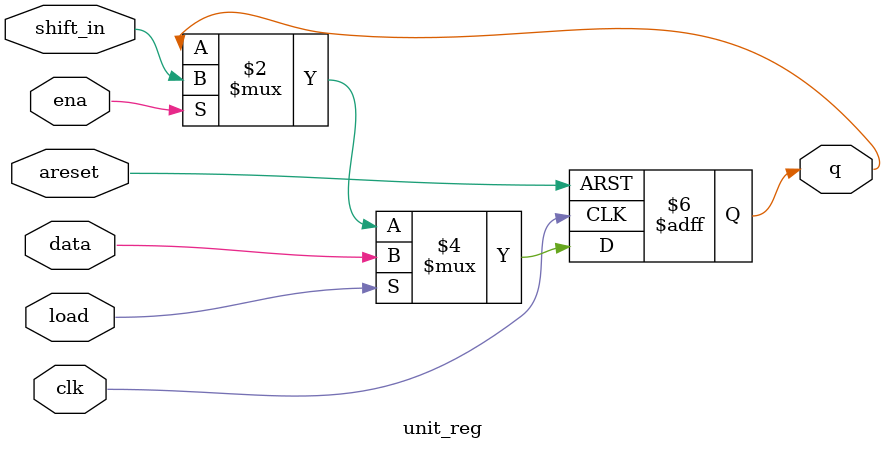
<source format=v>
/*
Build a 100-bit left/right rotator, with synchronous load and left/right enable. 
A rotator shifts-in the shifted-out bit from the other end of the register, 
unlike a shifter that discards the shifted-out bit and shifts in a zero. 
If enabled, a rotator rotates the bits around and does not modify/discard them.

    load: Loads shift register with data[99:0] instead of rotating.
    ena[1:0]: Chooses whether and which direction to rotate.
        2'b01 rotates right by one bit
        2'b10 rotates left by one bit
        2'b00 and 2'b11 do not rotate.
    q: The contents of the rotator.
*/

module top_module(
    input clk,
    input load,
    input [1:0] ena,
    input [99:0] data,
    input areset,
    output reg [99:0] q
    );
    
    reg [99:0] shift_q;
    reg first_shift_in;
    unit_reg u0(.shift_in(first_shift_in),  .data(data[99]), .clk(clk), .areset(areset), .load(load), .ena(1), .q(shift_q[99]));
    //
generate
    genvar i;
    for(i=1;i<100;i=i+1) begin :  generate_block_identifier
        unit_reg u1(.shift_in(shift_q[100-i]), .data(data[99-i]), .clk(clk), .areset(areset), .load(load), .ena(1), .q(shift_q[99-i]));

    end
endgenerate


reg [1:0] ena_sync;
always @(posedge clk) begin
    ena_sync <= ena;
end

// combinational logic of output 'q'
always @(*) begin
    case (ena_sync)
        2'b00   :     begin
            first_shift_in = 0  ;
            q[0:99] = shift_q[0:99];
        end 
        2'b11   :     begin
            first_shift_in = 0  ;
            q[0:99] = shift_q[0:99]; 
        end
        2'b01   :     begin
            first_shift_in = shift_q[0]; //right
            q[0:99] = shift_q[0:99];
        end
        2'b10   :     begin
            first_shift_in = shift_q[0]; //left
            q[0:99] = shift_q[99:0];
        end
        default :    begin
            first_shift_in = 0      ;
            q[0:99] = shift_q[0:99] ;
        end
    endcase

end

//



endmodule


module unit_reg(
    input shift_in, //type 주의
    input data,
    input clk,
    input areset,
    input load,
    input ena,
    output reg q
);

always @(posedge clk or posedge areset) begin
    if(areset) begin
         q <= 1'b0;
    end
    else begin  //case문  타이밍
        if(load) begin
            q <= data;
        end
        else begin
            q <= ena ? shift_in : q ;
        end
    end
    end

endmodule
</source>
